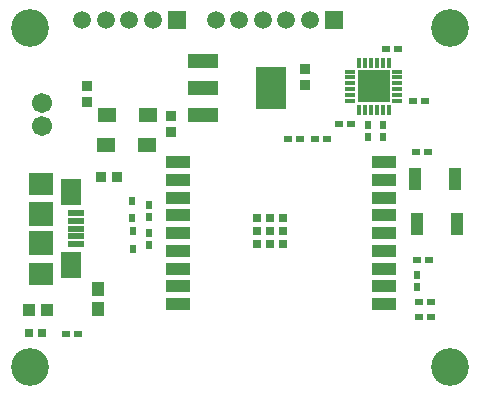
<source format=gts>
G04*
G04 #@! TF.GenerationSoftware,Altium Limited,Altium Designer,20.0.2 (26)*
G04*
G04 Layer_Color=8388736*
%FSLAX25Y25*%
%MOIN*%
G70*
G01*
G75*
%ADD18R,0.01975X0.02762*%
%ADD19R,0.03465X0.03268*%
%ADD20R,0.07880X0.07487*%
%ADD21R,0.07880X0.07880*%
%ADD22R,0.06699X0.08668*%
%ADD23R,0.05715X0.01975*%
%ADD24R,0.02677X0.02480*%
%ADD25O,0.03543X0.01496*%
%ADD26O,0.01496X0.03543*%
%ADD27R,0.11024X0.11024*%
%ADD28R,0.02677X0.02284*%
%ADD29R,0.02284X0.02677*%
%ADD30R,0.02480X0.02677*%
%ADD31R,0.02906X0.02526*%
%ADD32R,0.03950X0.07493*%
%ADD33R,0.04331X0.04724*%
%ADD34R,0.03950X0.03950*%
%ADD35R,0.10105X0.14337*%
%ADD36R,0.10105X0.04534*%
%ADD37R,0.05912X0.05124*%
%ADD38R,0.03268X0.03465*%
%ADD39R,0.03150X0.03150*%
%ADD40R,0.08268X0.04331*%
%ADD41R,0.06400X0.05912*%
%ADD42C,0.05912*%
%ADD43C,0.06699*%
%ADD44C,0.12611*%
D18*
X43676Y55287D02*
D03*
X43524Y59613D02*
D03*
X43676Y49381D02*
D03*
X43524Y65519D02*
D03*
D19*
X28600Y98542D02*
D03*
Y103858D02*
D03*
X101100Y109358D02*
D03*
Y104042D02*
D03*
X56600Y88542D02*
D03*
Y93858D02*
D03*
D20*
X13244Y71160D02*
D03*
Y41240D02*
D03*
D21*
Y60920D02*
D03*
Y51480D02*
D03*
D22*
X23284Y68405D02*
D03*
Y43995D02*
D03*
D23*
X24956Y61320D02*
D03*
Y53640D02*
D03*
Y51080D02*
D03*
Y58760D02*
D03*
Y56200D02*
D03*
D24*
X104631Y86200D02*
D03*
X108569D02*
D03*
X99568D02*
D03*
X95631D02*
D03*
X21632Y21200D02*
D03*
X25569D02*
D03*
D25*
X116226Y108571D02*
D03*
Y106603D02*
D03*
Y104634D02*
D03*
Y102666D02*
D03*
Y100697D02*
D03*
Y98729D02*
D03*
X131974D02*
D03*
Y100697D02*
D03*
Y102666D02*
D03*
Y104634D02*
D03*
Y106603D02*
D03*
Y108540D02*
D03*
D26*
X119180Y95777D02*
D03*
X121148Y95777D02*
D03*
X123117Y95777D02*
D03*
X125085Y95777D02*
D03*
X127054Y95777D02*
D03*
X129022Y95777D02*
D03*
Y111525D02*
D03*
X127054Y111525D02*
D03*
X125085Y111525D02*
D03*
X123117Y111525D02*
D03*
X121148Y111525D02*
D03*
X119180Y111525D02*
D03*
D27*
X124100Y103602D02*
D03*
D28*
X112631Y91104D02*
D03*
X116569D02*
D03*
X141068Y98700D02*
D03*
X137132D02*
D03*
X132069Y116200D02*
D03*
X128131D02*
D03*
X138131Y81700D02*
D03*
X142069D02*
D03*
X143069Y26700D02*
D03*
X139131D02*
D03*
X143069Y31700D02*
D03*
X139131D02*
D03*
X142569Y45700D02*
D03*
X138631D02*
D03*
D29*
X127100Y86731D02*
D03*
Y90668D02*
D03*
X49100Y64069D02*
D03*
Y60132D02*
D03*
Y50831D02*
D03*
Y54768D02*
D03*
D30*
X122100Y86731D02*
D03*
Y90668D02*
D03*
X138600Y40668D02*
D03*
Y36731D02*
D03*
D31*
X9251Y21363D02*
D03*
X13489D02*
D03*
D32*
X151293Y72878D02*
D03*
X137907D02*
D03*
X151793Y57700D02*
D03*
X138407D02*
D03*
D33*
X32100Y29354D02*
D03*
Y36046D02*
D03*
D34*
X15153Y29000D02*
D03*
X9247D02*
D03*
D35*
X89755Y103009D02*
D03*
D36*
X67255Y93954D02*
D03*
Y103009D02*
D03*
Y112065D02*
D03*
D37*
X35270Y94200D02*
D03*
X48930D02*
D03*
X34770Y84200D02*
D03*
X48430D02*
D03*
D38*
X38500Y73300D02*
D03*
X33185D02*
D03*
D39*
X84990Y51157D02*
D03*
Y55487D02*
D03*
Y59818D02*
D03*
X89320D02*
D03*
Y55487D02*
D03*
Y51157D02*
D03*
X93651Y59818D02*
D03*
Y55487D02*
D03*
Y51157D02*
D03*
D40*
X58651Y31078D02*
D03*
Y36983D02*
D03*
Y42889D02*
D03*
Y48794D02*
D03*
Y54700D02*
D03*
Y60606D02*
D03*
Y66511D02*
D03*
Y72417D02*
D03*
Y78322D02*
D03*
X127549D02*
D03*
Y72417D02*
D03*
Y66511D02*
D03*
Y60606D02*
D03*
Y54700D02*
D03*
Y48794D02*
D03*
Y42889D02*
D03*
Y36983D02*
D03*
Y31078D02*
D03*
D41*
X110722Y125700D02*
D03*
X58363Y125763D02*
D03*
D42*
X102848Y125700D02*
D03*
X94974D02*
D03*
X87100D02*
D03*
X79226D02*
D03*
X71352D02*
D03*
X26867Y125763D02*
D03*
X34741D02*
D03*
X42615D02*
D03*
X50489D02*
D03*
D43*
X13600Y98137D02*
D03*
Y90263D02*
D03*
D44*
X149600Y123200D02*
D03*
Y10200D02*
D03*
X9600D02*
D03*
Y123200D02*
D03*
M02*

</source>
